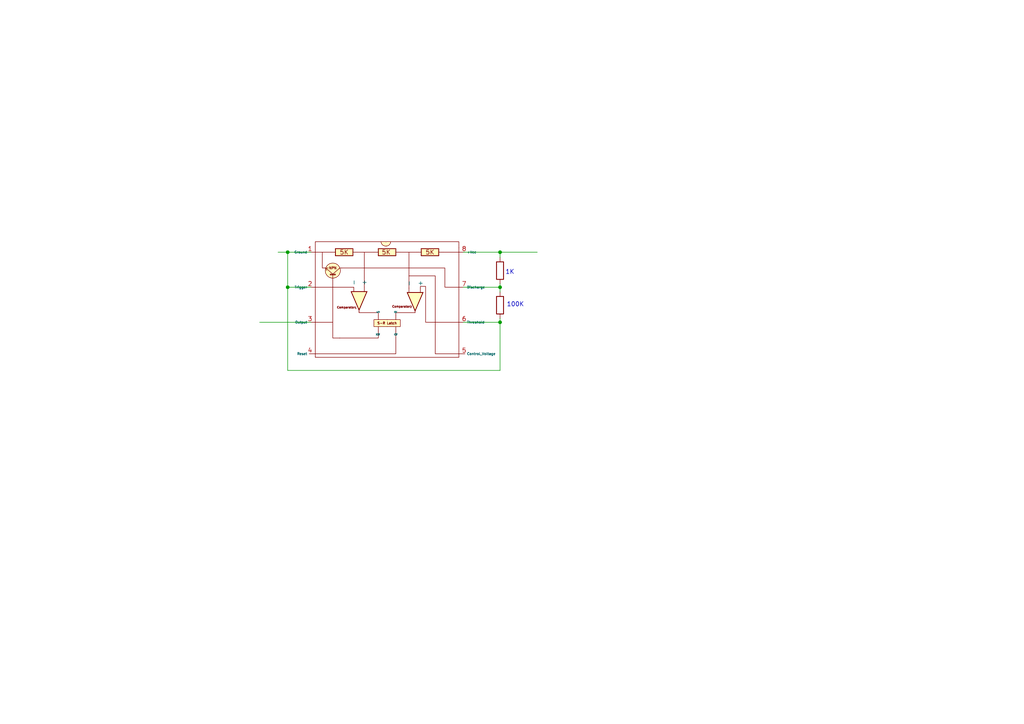
<source format=kicad_sch>
(kicad_sch (version 20211123) (generator eeschema)
  (paper "A4")
  (lib_symbols
    (symbol "Device:R" (pin_numbers hide) (pin_names (offset 0))
      (property "Reference" "R" (at 2.032 0 90))
      (property "Value" "R" (at 0 0 90))
      (symbol "R_0_1"
        (rectangle (start -1.016 -2.54) (end 1.016 2.54) (stroke (width 0.254)))
      )
      (symbol "R_1_1"
        (pin passive line (at 0 3.81 270) (length 1.27) (name "~") (number "1"))
        (pin passive line (at 0 -3.81 90) (length 1.27) (name "~") (number "2"))
      )
    )
    (symbol "Gosheto:555_Timer_Exploded"
      (property "Reference" "U" (at 0 0 0))
      (property "Value" "555_Timer_Exploded" (at 0 -1.524 0))
      (symbol "555_Timer_Exploded_0_0"
        (circle (center -15.494 -13.716) (radius 2.185) (fill (type background)))
        (arc (start -1.524 -5.334) (mid -1.025 -6.2846) (end 0 -6.604) (fill (type background)))
        (arc (start 0 -6.604) (mid 0.898 -6.232) (end 1.27 -5.334) (fill (type background)))
        (polyline (pts (xy -20.574 -37.846) (xy -21.844 -37.846)))
        (polyline (pts (xy -20.574 -28.702) (xy -21.844 -28.702)))
        (polyline (pts (xy -20.574 -28.702) (xy -20.574 -38.862)))
        (polyline (pts (xy -20.574 -18.542) (xy -21.844 -18.542)))
        (polyline (pts (xy -20.574 -18.542) (xy -20.574 -28.702)))
        (polyline (pts (xy -20.574 -8.382) (xy -21.844 -8.382)))
        (polyline (pts (xy -20.574 -8.382) (xy -20.574 -18.542)))
        (polyline (pts (xy -20.574 -7.112) (xy -20.574 -8.382)))
        (polyline (pts (xy -19.812 -38.862) (xy -20.574 -38.862)))
        (polyline (pts (xy -19.812 -38.862) (xy 21.082 -38.862)))
        (polyline (pts (xy -19.812 -28.702) (xy -20.574 -28.702)))
        (polyline (pts (xy -19.812 -28.702) (xy -15.494 -28.702)))
        (polyline (pts (xy -19.812 -18.542) (xy -20.574 -18.542)))
        (polyline (pts (xy -19.812 -18.542) (xy -9.398 -18.542)))
        (polyline (pts (xy -17.526 -12.954) (xy -17.272 -13.716)))
        (polyline (pts (xy -16.256 -14.732) (xy -14.732 -14.732)))
        (polyline (pts (xy -16.002 -8.382) (xy -20.574 -8.382)))
        (polyline (pts (xy -15.494 -16.256) (xy -15.494 -28.702)))
        (polyline (pts (xy -15.494 -14.986) (xy -15.494 -15.748)))
        (polyline (pts (xy -15.494 -14.732) (xy -17.526 -12.954)))
        (polyline (pts (xy -15.494 -14.732) (xy -13.462 -12.954)))
        (polyline (pts (xy -14.7574 -14.859) (xy -16.1798 -14.859)))
        (polyline (pts (xy -6.35 -18.542) (xy -6.35 -8.382)))
        (polyline (pts (xy 6.604 -18.796) (xy 6.604 -8.382)))
        (polyline (pts (xy 21.082 -28.702) (xy 21.082 -38.862)))
        (polyline (pts (xy 21.082 -18.542) (xy 21.082 -28.702)))
        (polyline (pts (xy 21.082 -8.382) (xy 16.51 -8.382)))
        (polyline (pts (xy 21.082 -8.382) (xy 21.082 -18.542)))
        (polyline (pts (xy 21.082 -7.112) (xy 21.082 -8.382)))
        (polyline (pts (xy 22.352 -37.846) (xy 21.082 -37.846)))
        (polyline (pts (xy 22.352 -28.702) (xy 21.082 -28.702)))
        (polyline (pts (xy 22.352 -18.542) (xy 21.082 -18.542)))
        (polyline (pts (xy 22.352 -8.382) (xy 21.082 -8.382)))
        (polyline (pts (xy -20.574 -37.846) (xy 2.794 -37.846) (xy 2.794 -31.242)))
        (polyline (pts (xy -18.034 -12.954) (xy -18.542 -12.954) (xy -18.542 -8.382)))
        (polyline (pts (xy -17.526 -12.954) (xy -17.018 -12.954) (xy -16.764 -12.954)))
        (polyline (pts (xy -15.494 -28.702) (xy -15.494 -33.274) (xy -13.462 -33.274)))
        (polyline (pts (xy -2.286 -31.242) (xy -2.286 -33.274) (xy -13.462 -33.274)))
        (polyline (pts (xy 8.382 -25.908) (xy 2.794 -25.908) (xy 2.794 -26.67)))
        (polyline (pts (xy 21.082 -28.702) (xy 20.828 -28.702) (xy 20.574 -28.702)))
        (polyline (pts (xy 21.082 -18.542) (xy 20.828 -18.542) (xy 20.574 -18.542)))
        (polyline (pts (xy -20.574 -7.112) (xy -20.574 -5.334) (xy 21.082 -5.334) (xy 21.082 -7.112)))
        (polyline (pts (xy -16.256 -14.732) (xy -16.256 -14.986) (xy -14.732 -14.986) (xy -14.732 -14.732)))
        (polyline (pts (xy -12.954 -12.954) (xy 17.018 -12.954) (xy 17.018 -18.542) (xy 20.574 -18.542)))
        (polyline (pts (xy -2.286 -26.67) (xy -2.286 -25.908) (xy -7.874 -25.908) (xy -7.874 -25.654)))
        (polyline (pts (xy 6.604 -15.24) (xy 14.224 -15.24) (xy 14.224 -37.846) (xy 21.082 -37.846)))
        (polyline (pts (xy 9.906 -18.796) (xy 9.906 -18.288) (xy 11.43 -18.288) (xy 11.43 -28.702) (xy 20.574 -28.702)))
        (text "5K" (at -12.192 -8.382 0) (effects (font (size 1.27 1.27))))
        (text "5K" (at 0 -8.382 0) (effects (font (size 1.27 1.27))))
        (text "5K" (at 12.7 -8.382 0) (effects (font (size 1.27 1.27))))
        (text "Comparator_{1}" (at -11.43 -24.384 0) (effects (font (size 0.6 0.6))))
        (text "Comparator_{2}" (at 4.572 -24.13 0) (effects (font (size 0.6 0.6))))
        (text "NPN" (at -15.494 -12.954 0) (effects (font (size 0.7 0.7))))
        (text "S-R Latch" (at 0.254 -28.956 0) (effects (font (size 0.7 0.7))))
      )
      (symbol "555_Timer_Exploded_0_1"
        (rectangle (start -14.732 -7.366) (end -9.652 -9.398) (stroke (width 0.254)) (fill (type background)))
        (polyline (pts (xy -8.382 -8.382) (xy -3.556 -8.382)))
        (polyline (pts (xy 8.89 -8.382) (xy 4.064 -8.382)))
        (polyline (pts (xy -5.588 -19.812) (xy -7.874 -25.146) (xy -10.16 -19.812) (xy -5.588 -19.812)) (stroke (width 0.254)) (fill (type background)))
        (polyline (pts (xy 0.254 -29.972) (xy 4.064 -29.972) (xy 4.064 -27.94) (xy 0.254 -27.94)) (fill (type background)))
        (polyline (pts (xy 10.668 -20.066) (xy 8.382 -25.4) (xy 6.096 -20.066) (xy 10.668 -20.066)) (stroke (width 0.254)) (fill (type background)))
        (polyline (pts (xy 0.254 -27.94) (xy -2.794 -27.94) (xy -3.556 -27.94) (xy -3.556 -29.972) (xy 0.254 -29.972)) (fill (type background)))
        (rectangle (start 2.794 -9.398) (end -2.286 -7.366) (stroke (width 0.254)) (fill (type background)))
        (rectangle (start 15.24 -9.398) (end 10.16 -7.366) (stroke (width 0.254)) (fill (type background)))
      )
      (symbol "555_Timer_Exploded_1_1"
        (pin output line (at -18.034 -12.954 0) (length 0.5) (name "") (number ""))
        (pin output line (at -15.494 -16.256 90) (length 0.5) (name "") (number ""))
        (pin output line (at -12.954 -12.954 180) (length 0.5) (name "") (number ""))
        (pin output line (at -7.874 -25.146 270) (length 0.6) (name "") (number ""))
        (pin output line (at 8.382 -25.4 270) (length 0.5) (name "") (number ""))
        (pin input line (at -6.35 -19.812 90) (length 1.27) (name "+") (number ""))
        (pin input line (at 9.906 -20.066 90) (length 1.27) (name "+") (number ""))
        (pin input line (at -9.398 -19.812 90) (length 1.27) (name "-") (number ""))
        (pin input line (at 6.604 -20.066 90) (length 1.27) (name "-") (number ""))
        (pin output line (at 2.794 -29.972 270) (length 1.27) (name "Q") (number ""))
        (pin input line (at 2.794 -27.94 90) (length 1.27) (name "R") (number ""))
        (pin input line (at -2.286 -27.94 90) (length 1.27) (name "S") (number ""))
        (pin passive line (at -16.002 -8.382 0) (length 1.27) (name "~") (number ""))
        (pin passive line (at -8.382 -8.382 180) (length 1.27) (name "~") (number ""))
        (pin passive line (at -3.556 -8.382 0) (length 1.27) (name "~") (number ""))
        (pin passive line (at 4.064 -8.382 180) (length 1.27) (name "~") (number ""))
        (pin passive line (at 8.89 -8.382 0) (length 1.27) (name "~") (number ""))
        (pin passive line (at 16.51 -8.382 180) (length 1.27) (name "~") (number ""))
        (pin output line (at -2.286 -29.972 270) (length 1.27) (name "~{Q}") (number ""))
        (pin passive line (at -21.844 -8.382 180) (length 0.5) (name "Ground") (number "1"))
        (pin passive line (at -21.844 -18.542 180) (length 0.5) (name "Trigger") (number "2"))
        (pin passive line (at -21.844 -28.702 180) (length 0.5) (name "Output") (number "3"))
        (pin passive line (at -21.844 -37.846 180) (length 0.5) (name "Reset") (number "4"))
        (pin passive line (at 22.352 -37.846 0) (length 0.5) (name "Control_Voltage") (number "5"))
        (pin passive line (at 22.352 -28.702 0) (length 0.5) (name "Threshold") (number "6"))
        (pin passive line (at 22.352 -18.542 0) (length 0.5) (name "Discharge") (number "7"))
        (pin passive line (at 22.352 -8.382 0) (length 0.5) (name "+Vcc") (number "8"))
      )
    )
  )
  (junction (at 145.034 93.472))
  (junction (at 83.439 83.312))
  (junction (at 145.034 73.152))
  (junction (at 83.439 73.152))
  (junction (at 145.034 83.312))
  (wire (pts (xy 145.034 107.442) (xy 145.034 93.472)))
  (wire (pts (xy 83.439 73.152) (xy 83.439 83.312)))
  (wire (pts (xy 145.034 73.152) (xy 145.034 74.676)))
  (wire (pts (xy 83.439 83.312) (xy 83.439 107.442)))
  (wire (pts (xy 83.439 73.152) (xy 90.17 73.152)))
  (wire (pts (xy 145.034 83.312) (xy 134.366 83.312)))
  (wire (pts (xy 83.439 107.442) (xy 145.034 107.442)))
  (wire (pts (xy 134.366 73.152) (xy 145.034 73.152)))
  (wire (pts (xy 145.034 92.329) (xy 145.034 93.472)))
  (wire (pts (xy 83.439 83.312) (xy 90.17 83.312)))
  (wire (pts (xy 145.034 82.296) (xy 145.034 83.312)))
  (wire (pts (xy 75.311 93.472) (xy 90.17 93.472)))
  (wire (pts (xy 80.645 73.152) (xy 83.439 73.152)))
  (wire (pts (xy 145.034 83.312) (xy 145.034 84.709)))
  (wire (pts (xy 145.034 73.152) (xy 155.829 73.152)))
  (wire (pts (xy 145.034 93.472) (xy 134.366 93.472)))
  (text "1K" (at 146.558 79.756 0) (effects (font (size 1.27 1.27)) (justify left bottom)))
  (text "100K" (at 146.939 89.154 0) (effects (font (size 1.27 1.27)) (justify left bottom)))
  (symbol (lib_id "Gosheto:555_Timer_Exploded") (at 112.014 64.77 0) (unit 1)
    (property "Reference" "U?" (effects hide))
    (property "Value" "555_Timer_Exploded" (effects hide))
  )
  (symbol (lib_id "Device:R") (at 145.034 78.486 0) (unit 1)
    (property "Reference" "R?" (effects hide))
    (property "Value" "R" (effects hide))
  )
  (symbol (lib_id "Device:R") (at 145.034 88.519 0) (unit 1)
    (property "Reference" "R?" (effects hide))
    (property "Value" "R" (effects hide))
  )
)
</source>
